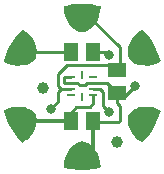
<source format=gbr>
G04 EAGLE Gerber RS-274X export*
G75*
%MOMM*%
%FSLAX34Y34*%
%LPD*%
%INTop Copper*%
%IPPOS*%
%AMOC8*
5,1,8,0,0,1.08239X$1,22.5*%
G01*
%ADD10R,1.300000X1.500000*%
%ADD11C,1.000000*%
%ADD12C,2.184400*%
%ADD13R,0.800000X0.260000*%
%ADD14R,0.260000X0.800000*%
%ADD15R,1.500000X1.300000*%
%ADD16C,0.254000*%
%ADD17C,0.800100*%
%ADD18C,0.304800*%

G36*
X3062Y-70944D02*
X3062Y-70944D01*
X3099Y-70946D01*
X9133Y-70312D01*
X9160Y-70304D01*
X9198Y-70302D01*
X15132Y-69040D01*
X15154Y-69031D01*
X15178Y-69029D01*
X15257Y-68989D01*
X15340Y-68956D01*
X15357Y-68940D01*
X15378Y-68929D01*
X15411Y-68895D01*
X15413Y-68893D01*
X15422Y-68883D01*
X15439Y-68864D01*
X15505Y-68804D01*
X15516Y-68783D01*
X15532Y-68765D01*
X15548Y-68727D01*
X15555Y-68719D01*
X15568Y-68681D01*
X15607Y-68604D01*
X15610Y-68581D01*
X15619Y-68559D01*
X15622Y-68521D01*
X15627Y-68506D01*
X15626Y-68467D01*
X15630Y-68411D01*
X15633Y-68381D01*
X15632Y-68377D01*
X15632Y-68372D01*
X15345Y-64613D01*
X15334Y-64573D01*
X15329Y-64515D01*
X14457Y-60848D01*
X14440Y-60810D01*
X14426Y-60753D01*
X12991Y-57268D01*
X12969Y-57233D01*
X12946Y-57179D01*
X10983Y-53961D01*
X10956Y-53930D01*
X10925Y-53880D01*
X8483Y-51009D01*
X8445Y-50978D01*
X8389Y-50919D01*
X6603Y-49533D01*
X6578Y-49520D01*
X6574Y-49515D01*
X6563Y-49510D01*
X6535Y-49487D01*
X4583Y-48346D01*
X4550Y-48334D01*
X4509Y-48309D01*
X2426Y-47432D01*
X2391Y-47425D01*
X2347Y-47405D01*
X168Y-46808D01*
X92Y-46802D01*
X19Y-46786D01*
X-24Y-46791D01*
X-56Y-46788D01*
X-100Y-46800D01*
X-168Y-46808D01*
X-2347Y-47405D01*
X-2379Y-47421D01*
X-2426Y-47432D01*
X-4509Y-48309D01*
X-4539Y-48328D01*
X-4583Y-48346D01*
X-6535Y-49487D01*
X-6561Y-49510D01*
X-6603Y-49533D01*
X-8389Y-50919D01*
X-8422Y-50956D01*
X-8483Y-51009D01*
X-10925Y-53880D01*
X-10946Y-53916D01*
X-10983Y-53961D01*
X-12946Y-57179D01*
X-12961Y-57217D01*
X-12991Y-57268D01*
X-14426Y-60753D01*
X-14435Y-60794D01*
X-14457Y-60848D01*
X-15329Y-64515D01*
X-15331Y-64556D01*
X-15345Y-64613D01*
X-15632Y-68372D01*
X-15630Y-68395D01*
X-15634Y-68419D01*
X-15622Y-68490D01*
X-15620Y-68543D01*
X-15613Y-68560D01*
X-15610Y-68595D01*
X-15599Y-68616D01*
X-15595Y-68640D01*
X-15550Y-68716D01*
X-15550Y-68717D01*
X-15536Y-68751D01*
X-15529Y-68758D01*
X-15511Y-68796D01*
X-15493Y-68813D01*
X-15481Y-68833D01*
X-15413Y-68889D01*
X-15391Y-68910D01*
X-15384Y-68917D01*
X-15382Y-68918D01*
X-15348Y-68950D01*
X-15326Y-68960D01*
X-15307Y-68975D01*
X-15170Y-69026D01*
X-15141Y-69038D01*
X-15137Y-69039D01*
X-15132Y-69040D01*
X-9198Y-70302D01*
X-9169Y-70303D01*
X-9133Y-70312D01*
X-3099Y-70946D01*
X-3071Y-70944D01*
X-3033Y-70950D01*
X3033Y-70950D01*
X3062Y-70944D01*
G37*
G36*
X-51160Y17469D02*
X-51160Y17469D01*
X-51120Y17477D01*
X-51061Y17479D01*
X-47354Y18158D01*
X-47307Y18175D01*
X-47228Y18194D01*
X-45135Y19048D01*
X-45105Y19067D01*
X-45061Y19084D01*
X-43097Y20204D01*
X-43070Y20226D01*
X-43028Y20249D01*
X-41227Y21615D01*
X-41203Y21641D01*
X-41165Y21670D01*
X-39558Y23259D01*
X-39514Y23321D01*
X-39464Y23377D01*
X-39451Y23407D01*
X-39446Y23414D01*
X-39443Y23422D01*
X-39429Y23443D01*
X-39417Y23487D01*
X-39390Y23549D01*
X-38817Y25736D01*
X-38814Y25771D01*
X-38801Y25817D01*
X-38519Y28060D01*
X-38521Y28095D01*
X-38514Y28142D01*
X-38526Y30402D01*
X-38533Y30437D01*
X-38532Y30485D01*
X-38839Y32724D01*
X-38855Y32771D01*
X-38870Y32851D01*
X-40136Y36402D01*
X-40157Y36437D01*
X-40177Y36492D01*
X-41982Y39801D01*
X-42008Y39833D01*
X-42037Y39885D01*
X-44337Y42870D01*
X-44368Y42898D01*
X-44404Y42944D01*
X-47144Y45533D01*
X-47178Y45555D01*
X-47221Y45595D01*
X-50332Y47724D01*
X-50354Y47734D01*
X-50372Y47749D01*
X-50455Y47779D01*
X-50470Y47786D01*
X-50486Y47794D01*
X-50489Y47794D01*
X-50537Y47816D01*
X-50561Y47817D01*
X-50583Y47825D01*
X-50672Y47825D01*
X-50761Y47831D01*
X-50783Y47824D01*
X-50807Y47824D01*
X-50891Y47792D01*
X-50976Y47767D01*
X-50995Y47752D01*
X-51017Y47744D01*
X-51093Y47682D01*
X-51116Y47668D01*
X-51129Y47651D01*
X-51131Y47650D01*
X-51155Y47632D01*
X-51157Y47628D01*
X-51162Y47625D01*
X-55221Y43117D01*
X-55236Y43092D01*
X-55263Y43065D01*
X-58828Y38157D01*
X-58841Y38131D01*
X-58864Y38102D01*
X-61898Y32848D01*
X-61907Y32821D01*
X-61928Y32789D01*
X-64395Y27247D01*
X-64402Y27219D01*
X-64419Y27185D01*
X-66293Y21416D01*
X-66297Y21392D01*
X-66306Y21370D01*
X-66312Y21282D01*
X-66324Y21193D01*
X-66319Y21170D01*
X-66320Y21146D01*
X-66295Y21061D01*
X-66275Y20974D01*
X-66262Y20954D01*
X-66255Y20932D01*
X-66202Y20861D01*
X-66153Y20786D01*
X-66134Y20772D01*
X-66120Y20753D01*
X-65997Y20670D01*
X-65973Y20652D01*
X-65969Y20651D01*
X-65965Y20648D01*
X-62566Y19018D01*
X-62526Y19007D01*
X-62473Y18982D01*
X-58861Y17904D01*
X-58820Y17899D01*
X-58764Y17883D01*
X-55028Y17383D01*
X-54987Y17385D01*
X-54928Y17378D01*
X-51160Y17469D01*
G37*
G36*
X54969Y17384D02*
X54969Y17384D01*
X55028Y17383D01*
X58764Y17883D01*
X58803Y17896D01*
X58861Y17904D01*
X62473Y18982D01*
X62510Y19001D01*
X62566Y19018D01*
X65965Y20648D01*
X65984Y20662D01*
X66006Y20670D01*
X66074Y20727D01*
X66146Y20779D01*
X66160Y20799D01*
X66178Y20814D01*
X66222Y20891D01*
X66271Y20965D01*
X66277Y20989D01*
X66289Y21009D01*
X66303Y21097D01*
X66323Y21184D01*
X66321Y21207D01*
X66324Y21231D01*
X66300Y21377D01*
X66296Y21406D01*
X66294Y21410D01*
X66293Y21416D01*
X64419Y27185D01*
X64405Y27211D01*
X64395Y27247D01*
X61928Y32789D01*
X61911Y32813D01*
X61898Y32848D01*
X58864Y38102D01*
X58846Y38124D01*
X58828Y38157D01*
X55263Y43065D01*
X55242Y43085D01*
X55221Y43117D01*
X51162Y47625D01*
X51143Y47639D01*
X51129Y47659D01*
X51099Y47679D01*
X51087Y47691D01*
X51054Y47709D01*
X50984Y47762D01*
X50962Y47769D01*
X50942Y47783D01*
X50855Y47803D01*
X50770Y47830D01*
X50746Y47828D01*
X50723Y47834D01*
X50635Y47823D01*
X50546Y47818D01*
X50524Y47809D01*
X50501Y47806D01*
X50453Y47782D01*
X50450Y47782D01*
X50444Y47778D01*
X50368Y47741D01*
X50340Y47729D01*
X50337Y47726D01*
X50332Y47724D01*
X47221Y45595D01*
X47192Y45566D01*
X47144Y45533D01*
X44404Y42944D01*
X44380Y42911D01*
X44337Y42870D01*
X42037Y39885D01*
X42018Y39848D01*
X41982Y39801D01*
X40177Y36492D01*
X40164Y36453D01*
X40136Y36402D01*
X38870Y32851D01*
X38862Y32802D01*
X38839Y32724D01*
X38532Y30485D01*
X38534Y30450D01*
X38526Y30402D01*
X38514Y28142D01*
X38520Y28107D01*
X38519Y28060D01*
X38801Y25817D01*
X38812Y25783D01*
X38817Y25736D01*
X39390Y23549D01*
X39422Y23481D01*
X39445Y23409D01*
X39463Y23385D01*
X39465Y23382D01*
X39471Y23375D01*
X39485Y23346D01*
X39517Y23314D01*
X39558Y23259D01*
X41165Y21670D01*
X41194Y21650D01*
X41227Y21615D01*
X43028Y20249D01*
X43060Y20233D01*
X43097Y20204D01*
X45061Y19084D01*
X45094Y19072D01*
X45135Y19048D01*
X47228Y18194D01*
X47277Y18184D01*
X47354Y18158D01*
X51061Y17479D01*
X51102Y17479D01*
X51160Y17469D01*
X54928Y17378D01*
X54969Y17384D01*
G37*
G36*
X50783Y-47824D02*
X50783Y-47824D01*
X50807Y-47824D01*
X50891Y-47792D01*
X50976Y-47767D01*
X50995Y-47752D01*
X51017Y-47744D01*
X51131Y-47650D01*
X51155Y-47632D01*
X51157Y-47628D01*
X51162Y-47625D01*
X55221Y-43117D01*
X55236Y-43092D01*
X55263Y-43065D01*
X58828Y-38157D01*
X58841Y-38131D01*
X58864Y-38102D01*
X61898Y-32848D01*
X61907Y-32821D01*
X61928Y-32789D01*
X64395Y-27247D01*
X64402Y-27219D01*
X64419Y-27185D01*
X66293Y-21416D01*
X66297Y-21392D01*
X66306Y-21370D01*
X66312Y-21282D01*
X66324Y-21193D01*
X66319Y-21170D01*
X66320Y-21146D01*
X66295Y-21061D01*
X66275Y-20974D01*
X66262Y-20954D01*
X66255Y-20932D01*
X66202Y-20861D01*
X66153Y-20786D01*
X66134Y-20772D01*
X66120Y-20753D01*
X65997Y-20670D01*
X65973Y-20652D01*
X65969Y-20651D01*
X65965Y-20648D01*
X62566Y-19018D01*
X62526Y-19007D01*
X62473Y-18982D01*
X58861Y-17904D01*
X58820Y-17899D01*
X58764Y-17883D01*
X55028Y-17383D01*
X54987Y-17385D01*
X54928Y-17378D01*
X51160Y-17469D01*
X51120Y-17477D01*
X51061Y-17479D01*
X47354Y-18158D01*
X47307Y-18175D01*
X47228Y-18194D01*
X45135Y-19048D01*
X45105Y-19067D01*
X45061Y-19084D01*
X43097Y-20204D01*
X43070Y-20226D01*
X43028Y-20249D01*
X41227Y-21615D01*
X41203Y-21641D01*
X41165Y-21670D01*
X39558Y-23259D01*
X39514Y-23321D01*
X39464Y-23377D01*
X39447Y-23416D01*
X39429Y-23443D01*
X39417Y-23487D01*
X39390Y-23549D01*
X38817Y-25736D01*
X38814Y-25771D01*
X38801Y-25817D01*
X38519Y-28060D01*
X38521Y-28095D01*
X38514Y-28142D01*
X38526Y-30402D01*
X38533Y-30437D01*
X38532Y-30485D01*
X38839Y-32724D01*
X38843Y-32737D01*
X38844Y-32743D01*
X38853Y-32767D01*
X38855Y-32771D01*
X38870Y-32851D01*
X40136Y-36402D01*
X40157Y-36437D01*
X40177Y-36492D01*
X41982Y-39801D01*
X42008Y-39833D01*
X42037Y-39885D01*
X44337Y-42870D01*
X44368Y-42898D01*
X44404Y-42944D01*
X47144Y-45533D01*
X47178Y-45555D01*
X47221Y-45595D01*
X50332Y-47724D01*
X50354Y-47734D01*
X50372Y-47749D01*
X50455Y-47779D01*
X50537Y-47816D01*
X50561Y-47817D01*
X50583Y-47825D01*
X50672Y-47825D01*
X50761Y-47831D01*
X50783Y-47824D01*
G37*
G36*
X-50635Y-47823D02*
X-50635Y-47823D01*
X-50546Y-47818D01*
X-50524Y-47809D01*
X-50501Y-47806D01*
X-50368Y-47741D01*
X-50340Y-47729D01*
X-50337Y-47726D01*
X-50332Y-47724D01*
X-47221Y-45595D01*
X-47192Y-45566D01*
X-47144Y-45533D01*
X-44404Y-42944D01*
X-44380Y-42911D01*
X-44337Y-42870D01*
X-42037Y-39885D01*
X-42018Y-39848D01*
X-41982Y-39801D01*
X-40177Y-36492D01*
X-40164Y-36453D01*
X-40136Y-36402D01*
X-38870Y-32851D01*
X-38862Y-32802D01*
X-38839Y-32724D01*
X-38532Y-30485D01*
X-38534Y-30450D01*
X-38526Y-30402D01*
X-38514Y-28142D01*
X-38520Y-28107D01*
X-38519Y-28060D01*
X-38801Y-25817D01*
X-38812Y-25783D01*
X-38817Y-25736D01*
X-39390Y-23549D01*
X-39422Y-23481D01*
X-39445Y-23409D01*
X-39471Y-23375D01*
X-39485Y-23346D01*
X-39517Y-23314D01*
X-39558Y-23259D01*
X-41165Y-21670D01*
X-41194Y-21650D01*
X-41227Y-21615D01*
X-43028Y-20249D01*
X-43060Y-20233D01*
X-43097Y-20204D01*
X-45061Y-19084D01*
X-45094Y-19072D01*
X-45135Y-19048D01*
X-47228Y-18194D01*
X-47277Y-18184D01*
X-47354Y-18158D01*
X-51061Y-17479D01*
X-51102Y-17479D01*
X-51160Y-17469D01*
X-54928Y-17378D01*
X-54969Y-17384D01*
X-55028Y-17383D01*
X-58764Y-17883D01*
X-58803Y-17896D01*
X-58861Y-17904D01*
X-62473Y-18982D01*
X-62510Y-19001D01*
X-62566Y-19018D01*
X-65965Y-20648D01*
X-65984Y-20662D01*
X-66006Y-20670D01*
X-66074Y-20727D01*
X-66146Y-20779D01*
X-66160Y-20799D01*
X-66178Y-20814D01*
X-66222Y-20891D01*
X-66271Y-20965D01*
X-66277Y-20989D01*
X-66289Y-21009D01*
X-66303Y-21097D01*
X-66323Y-21184D01*
X-66321Y-21207D01*
X-66324Y-21231D01*
X-66300Y-21377D01*
X-66296Y-21406D01*
X-66294Y-21410D01*
X-66293Y-21416D01*
X-64419Y-27185D01*
X-64405Y-27211D01*
X-64395Y-27247D01*
X-61928Y-32789D01*
X-61911Y-32813D01*
X-61898Y-32848D01*
X-58864Y-38102D01*
X-58846Y-38124D01*
X-58828Y-38157D01*
X-55263Y-43065D01*
X-55242Y-43085D01*
X-55221Y-43117D01*
X-51162Y-47625D01*
X-51143Y-47639D01*
X-51129Y-47659D01*
X-51055Y-47708D01*
X-50984Y-47762D01*
X-50962Y-47769D01*
X-50942Y-47783D01*
X-50855Y-47803D01*
X-50770Y-47830D01*
X-50746Y-47828D01*
X-50723Y-47834D01*
X-50635Y-47823D01*
G37*
G36*
X24Y45521D02*
X24Y45521D01*
X56Y45518D01*
X100Y45530D01*
X168Y45538D01*
X2347Y46135D01*
X2379Y46151D01*
X2426Y46162D01*
X4509Y47039D01*
X4539Y47058D01*
X4583Y47076D01*
X6535Y48217D01*
X6561Y48240D01*
X6603Y48263D01*
X8389Y49649D01*
X8422Y49686D01*
X8483Y49739D01*
X10925Y52610D01*
X10946Y52646D01*
X10983Y52691D01*
X12946Y55909D01*
X12961Y55947D01*
X12991Y55998D01*
X14426Y59483D01*
X14435Y59524D01*
X14457Y59578D01*
X15329Y63245D01*
X15331Y63286D01*
X15345Y63343D01*
X15632Y67102D01*
X15630Y67125D01*
X15634Y67149D01*
X15619Y67236D01*
X15610Y67325D01*
X15599Y67346D01*
X15595Y67370D01*
X15550Y67446D01*
X15511Y67526D01*
X15493Y67543D01*
X15481Y67563D01*
X15413Y67619D01*
X15348Y67680D01*
X15326Y67690D01*
X15307Y67705D01*
X15170Y67756D01*
X15141Y67768D01*
X15137Y67769D01*
X15132Y67770D01*
X9198Y69032D01*
X9169Y69033D01*
X9133Y69042D01*
X3099Y69676D01*
X3071Y69674D01*
X3033Y69680D01*
X-3033Y69680D01*
X-3062Y69674D01*
X-3099Y69676D01*
X-9133Y69042D01*
X-9160Y69034D01*
X-9198Y69032D01*
X-15132Y67770D01*
X-15154Y67761D01*
X-15178Y67759D01*
X-15257Y67719D01*
X-15340Y67686D01*
X-15357Y67670D01*
X-15378Y67659D01*
X-15439Y67594D01*
X-15505Y67534D01*
X-15516Y67513D01*
X-15532Y67495D01*
X-15566Y67413D01*
X-15607Y67334D01*
X-15610Y67311D01*
X-15619Y67289D01*
X-15630Y67141D01*
X-15633Y67111D01*
X-15632Y67107D01*
X-15632Y67102D01*
X-15345Y63343D01*
X-15334Y63303D01*
X-15329Y63245D01*
X-14457Y59578D01*
X-14440Y59540D01*
X-14426Y59483D01*
X-12991Y55998D01*
X-12969Y55963D01*
X-12946Y55909D01*
X-10983Y52691D01*
X-10956Y52660D01*
X-10925Y52610D01*
X-8483Y49739D01*
X-8445Y49708D01*
X-8389Y49649D01*
X-6603Y48263D01*
X-6572Y48247D01*
X-6535Y48217D01*
X-4583Y47076D01*
X-4550Y47064D01*
X-4509Y47039D01*
X-2426Y46162D01*
X-2391Y46155D01*
X-2347Y46135D01*
X-168Y45538D01*
X-92Y45532D01*
X-19Y45516D01*
X24Y45521D01*
G37*
D10*
X-9500Y-29210D03*
X9500Y-29210D03*
X-9500Y29210D03*
X9500Y29210D03*
D11*
X-33020Y-1270D03*
D12*
X49530Y-29210D03*
X-49530Y-29210D03*
X-49530Y29210D03*
X49530Y29210D03*
X0Y-58420D03*
X0Y57150D03*
D11*
X29210Y-46990D03*
D13*
X9500Y-7500D03*
X9500Y-2500D03*
X9500Y2500D03*
X9500Y7500D03*
D14*
X0Y9500D03*
D13*
X-9500Y7500D03*
X-9500Y2500D03*
X-9500Y-2500D03*
X-9500Y-7500D03*
D14*
X0Y-9500D03*
D15*
X29210Y-5690D03*
X29210Y13310D03*
D16*
X7620Y57150D02*
X0Y57150D01*
X7620Y57150D02*
X31750Y33020D01*
X-9500Y-2500D02*
X-17740Y-2500D01*
X-20320Y-5080D01*
X-20320Y-12700D01*
X-26670Y-19050D01*
D17*
X-26670Y-19050D03*
D16*
X24740Y17780D02*
X29210Y13310D01*
X24740Y17780D02*
X-12700Y17780D01*
X-20320Y10160D01*
X-20320Y80D01*
X-17740Y-2500D01*
X31750Y15850D02*
X31750Y33020D01*
X31750Y15850D02*
X29210Y13310D01*
D18*
X9500Y-29210D02*
X9500Y-58420D01*
X0Y-58420D01*
X9500Y-29210D02*
X9500Y-27940D01*
D16*
X9500Y2500D02*
X21020Y2500D01*
X29210Y-5690D01*
X20320Y29210D02*
X9500Y29210D01*
X20320Y29210D02*
X22860Y26670D01*
D17*
X22860Y26670D03*
X44450Y0D03*
D16*
X34950Y-9500D01*
X29210Y-5690D01*
X-9500Y2500D02*
X-15200Y2500D01*
X-15240Y2540D01*
X-15240Y7620D01*
X-9620Y7620D01*
X-9500Y7500D01*
X3770Y2500D02*
X9500Y2500D01*
X3770Y2500D02*
X2540Y1270D01*
X-2540Y1270D01*
X-3810Y2540D01*
X-9460Y2540D01*
X-9500Y2500D01*
X9500Y-27940D02*
X12040Y-30480D01*
X30480Y-30480D01*
X31750Y-29210D01*
X31750Y-16510D01*
X29210Y-13970D01*
X29210Y-5690D01*
D18*
X-9500Y-29210D02*
X-49530Y-29210D01*
D16*
X9500Y-14630D02*
X9500Y-7500D01*
X9500Y-14630D02*
X6350Y-17780D01*
X-5080Y-17780D01*
X-8890Y-21590D01*
X-8890Y-28600D01*
X-9500Y-29210D01*
X-9500Y29210D02*
X-49530Y29210D01*
X9500Y-2500D02*
X15200Y-2500D01*
X17780Y-5080D01*
X17780Y-16510D01*
X22860Y-21590D01*
D17*
X22860Y-21590D03*
M02*

</source>
